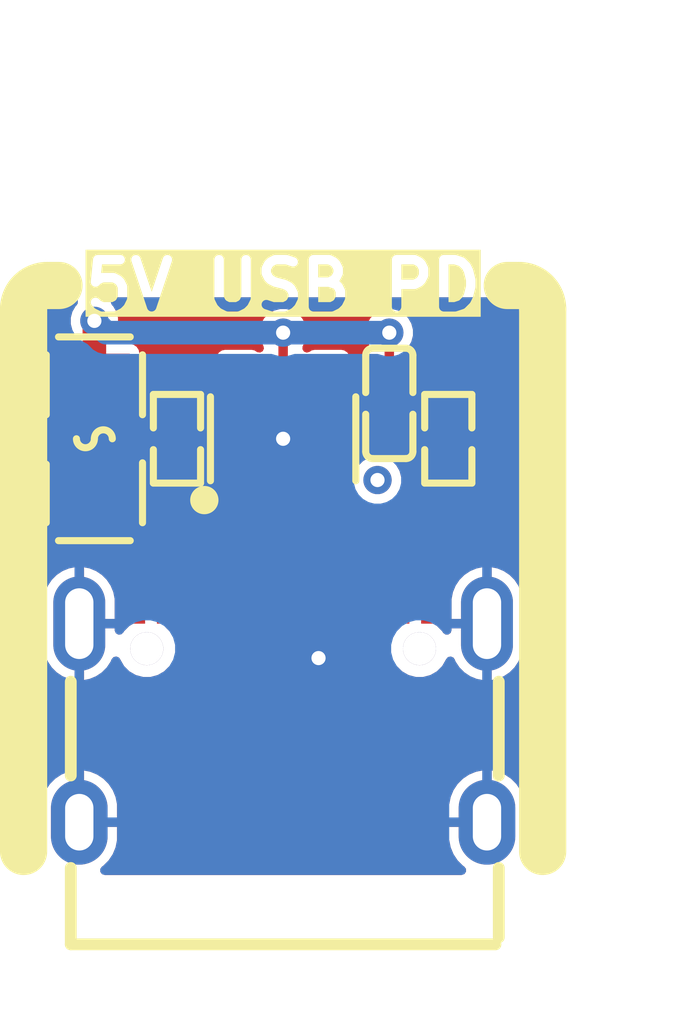
<source format=kicad_pcb>
(kicad_pcb (version 20241229) (generator "pcbnew") (generator_version "9.0")
  (layers (0 "F.Cu" signal) (2 "B.Cu" signal) (13 "F.Paste" user) (15 "B.Paste" user) (5 "F.SilkS" user "F.Silkscreen") (7 "B.SilkS" user "B.Silkscreen") (1 "F.Mask" user) (3 "B.Mask" user) (25 "Edge.Cuts" user))
  (net 0 "")
  (net 1 "SBU1")
  (net 2 "SBU2")
  (net 3 "line-1")
  (net 4 "line")
  (net 5 "hv")
  (net 6 "VBUS")
  (net 7 "gnd")
  (net 8 "CC1")
  (net 9 "CC2")
  (footprint "atopile:C0402-b3ef17" (layer "F.Cu") (at 2.25 -6.5 -90)
    (property "Reference" "C1" (hide yes))
    (property "Value" "100nF ±10% 16V X7R")
    (fp_line (start -0.23 0.5) (end -1.02 0.5) (stroke (width 0.15)) (layer "F.SilkS"))
    (fp_line (start 0.23 0.5) (end 1.02 0.5) (stroke (width 0.15)) (layer "F.SilkS"))
    (fp_line (start -1.17 0.35) (end -1.17 -0.35) (stroke (width 0.15)) (layer "F.SilkS"))
    (fp_line (start 1.17 0.35) (end 1.17 -0.35) (stroke (width 0.15)) (layer "F.SilkS"))
    (fp_line (start -1.02 -0.5) (end -0.23 -0.5) (stroke (width 0.15)) (layer "F.SilkS"))
    (fp_line (start 1.02 -0.5) (end 0.23 -0.5) (stroke (width 0.15)) (layer "F.SilkS"))
    (fp_arc (start -1.02 0.5) (mid -1.126066 0.456066) (end -1.17 0.35) (stroke (width 0.15)) (layer "F.SilkS"))
    (fp_arc (start 1.17 0.35) (mid 1.126066 0.456066) (end 1.02 0.5) (stroke (width 0.15)) (layer "F.SilkS"))
    (fp_arc (start -1.17 -0.35) (mid -1.126066 -0.456066) (end -1.02 -0.5) (stroke (width 0.15)) (layer "F.SilkS"))
    (fp_arc (start 1.02 -0.5) (mid 1.126066 -0.456066) (end 1.17 -0.35) (stroke (width 0.15)) (layer "F.SilkS"))
    (pad "1" smd rect (at -0.55 0 270) (size 0.79 0.54) (layers "F.Cu" "F.Mask" "F.Paste") (net 5 "hv"))
    (pad "2" smd rect (at 0.55 0 270) (size 0.79 0.54) (layers "F.Cu" "F.Mask" "F.Paste") (net 7 "gnd"))
  )
  (footprint "atopile:F0805-d5954a" (layer "F.Cu") (at -4 -5.75 90)
    (property "Reference" "U2" (hide yes))
    (property "Value" "")
    (fp_line (start 1.78 -1.02) (end 0.51 -1.02) (stroke (width 0.15)) (layer "F.SilkS"))
    (fp_line (start -1.78 -1.02) (end -0.54 -1.02) (stroke (width 0.15)) (layer "F.SilkS"))
    (fp_line (start 2.16 -0.76) (end 2.16 0.76) (stroke (width 0.15)) (layer "F.SilkS"))
    (fp_line (start -2.16 -0.76) (end -2.16 0.76) (stroke (width 0.15)) (layer "F.SilkS"))
    (fp_line (start 0.51 1.02) (end 1.78 1.02) (stroke (width 0.15)) (layer "F.SilkS"))
    (fp_line (start -0.51 1.02) (end -1.78 1.02) (stroke (width 0.15)) (layer "F.SilkS"))
    (fp_arc (start 0 0) (mid -0.19 -0.19) (end 0 -0.38) (stroke (width 0.15)) (layer "F.SilkS"))
    (fp_arc (start 0 0) (mid 0.19 0.19) (end 0 0.38) (stroke (width 0.15)) (layer "F.SilkS"))
    (pad "1" smd rect (at -1.14 0 90) (size 1.33 1.5) (layers "F.Cu" "F.Mask" "F.Paste") (net 6 "VBUS"))
    (pad "2" smd rect (at 1.14 0 90) (size 1.33 1.5) (layers "F.Cu" "F.Mask" "F.Paste") (net 5 "hv"))
  )
  (footprint "atopile:SOT-23-6_L2.9-W1.6-P0.95-LS2.8-BL-d2c740" (layer "F.Cu") (at 0 -5.75)
    (property "Reference" "U1" (hide yes))
    (property "Value" "")
    (fp_line (start -1.54 0.89) (end -1.54 -0.89) (stroke (width 0.15)) (layer "F.SilkS"))
    (fp_line (start 1.54 0.89) (end 1.54 -0.89) (stroke (width 0.15)) (layer "F.SilkS"))
    (fp_circle (center -1.67 1.3) (end -1.52 1.3) (stroke (width 0.3)) (fill no) (layer "F.SilkS"))
    (pad "1" smd rect (at -0.95 1.15) (size 0.53 1.07) (layers "F.Cu" "F.Mask" "F.Paste") (net 3 "line-1"))
    (pad "2" smd rect (at 0 1.15) (size 0.53 1.07) (layers "F.Cu" "F.Mask" "F.Paste") (net 7 "gnd"))
    (pad "3" smd rect (at 0.95 1.15) (size 0.53 1.07) (layers "F.Cu" "F.Mask" "F.Paste") (net 4 "line"))
    (pad "4" smd rect (at 0.95 -1.15) (size 0.53 1.07) (layers "F.Cu" "F.Mask" "F.Paste") (net 4 "line"))
    (pad "5" smd rect (at 0 -1.15) (size 0.53 1.07) (layers "F.Cu" "F.Mask" "F.Paste") (net 5 "hv"))
    (pad "6" smd rect (at -0.95 -1.15) (size 0.53 1.07) (layers "F.Cu" "F.Mask" "F.Paste") (net 3 "line-1"))
  )
  (footprint "atopile:USB-C-SMD_TYPE-C-6PIN-2MD-073-1d78f0" (layer "F.Cu") (at 0 0)
    (property "Reference" "USB1" (hide yes))
    (property "Value" "")
    (fp_line (start -4.5 1.39) (end -4.5 -0.6) (stroke (width 0.25)) (layer "F.SilkS"))
    (fp_line (start -4.5 4.97) (end -4.5 3.35) (stroke (width 0.25)) (layer "F.SilkS"))
    (fp_line (start 4.5 4.97) (end -4.5 4.97) (stroke (width 0.25)) (layer "F.SilkS"))
    (fp_line (start 4.57 1.39) (end 4.57 -0.6) (stroke (width 0.25)) (layer "F.SilkS"))
    (fp_line (start 4.57 4.82) (end 4.57 3.35) (stroke (width 0.25)) (layer "F.SilkS"))
    (pad "" thru_hole circle (at -2.89 -1.3) (size 0.7 0.7) (drill 0.7) (layers "*.Cu" "*.Mask"))
    (pad "" thru_hole circle (at 2.89 -1.3) (size 0.7 0.7) (drill 0.7) (layers "*.Cu" "*.Mask"))
    (pad "1" smd rect (at -3.2 -2.38) (size 0.55 1.1) (layers "F.Cu" "F.Mask" "F.Paste") (net 7 "gnd"))
    (pad "2" smd rect (at -2.4 -2.38) (size 0.55 1.1) (layers "F.Cu" "F.Mask" "F.Paste") (net 6 "VBUS"))
    (pad "3" smd rect (at -1.75 -2.38) (size 0.3 1.1) (layers "F.Cu" "F.Mask" "F.Paste") (net 2 "SBU2"))
    (pad "4" smd rect (at -1.25 -2.38) (size 0.3 1.1) (layers "F.Cu" "F.Mask" "F.Paste") (net 8 "CC1"))
    (pad "5" smd rect (at -0.75 -2.38) (size 0.3 1.1) (layers "F.Cu" "F.Mask" "F.Paste") (net 3 "line-1"))
    (pad "6" smd rect (at -0.25 -2.38) (size 0.3 1.1) (layers "F.Cu" "F.Mask" "F.Paste") (net 4 "line"))
    (pad "7" smd rect (at 0.25 -2.38) (size 0.3 1.1) (layers "F.Cu" "F.Mask" "F.Paste") (net 3 "line-1"))
    (pad "8" smd rect (at 0.75 -2.38) (size 0.3 1.1) (layers "F.Cu" "F.Mask" "F.Paste") (net 4 "line"))
    (pad "9" smd rect (at 1.25 -2.38) (size 0.3 1.1) (layers "F.Cu" "F.Mask" "F.Paste") (net 1 "SBU1"))
    (pad "10" smd rect (at 1.75 -2.38) (size 0.3 1.1) (layers "F.Cu" "F.Mask" "F.Paste") (net 9 "CC2"))
    (pad "11" smd rect (at 2.4 -2.38) (size 0.55 1.1) (layers "F.Cu" "F.Mask" "F.Paste") (net 6 "VBUS"))
    (pad "12" smd rect (at 3.2 -2.38) (size 0.55 1.1) (layers "F.Cu" "F.Mask" "F.Paste") (net 7 "gnd"))
    (pad "13" thru_hole oval (at -4.32 -1.83) (size 1.1 2) (drill oval 0.599999 1.499997) (layers "*.Cu" "*.Mask") (net 7 "gnd"))
    (pad "13" thru_hole oval (at -4.32 2.38) (size 1.2 1.8) (drill oval 0.599999 1.199998) (layers "*.Cu" "*.Mask") (net 7 "gnd"))
    (pad "14" thru_hole oval (at 4.32 -1.83) (size 1.1 2) (drill oval 0.599999 1.500022) (layers "*.Cu" "*.Mask") (net 7 "gnd"))
    (pad "14" thru_hole oval (at 4.32 2.38) (size 1.2 1.8) (drill oval 0.599999 1.199998) (layers "*.Cu" "*.Mask") (net 7 "gnd"))
  )
  (footprint "atopile:R0402-56259e" (layer "F.Cu") (at -2.25 -5.75 90)
    (property "Reference" "R1" (hide yes))
    (property "Value" "5.1kΩ ±1% 62.5mW")
    (fp_line (start 0.94 -0.5) (end 0.23 -0.5) (stroke (width 0.15)) (layer "F.SilkS"))
    (fp_line (start -0.94 -0.5) (end -0.23 -0.5) (stroke (width 0.15)) (layer "F.SilkS"))
    (fp_line (start 0.94 0.5) (end 0.94 -0.5) (stroke (width 0.15)) (layer "F.SilkS"))
    (fp_line (start 0.23 0.5) (end 0.94 0.5) (stroke (width 0.15)) (layer "F.SilkS"))
    (fp_line (start -0.23 0.5) (end -0.94 0.5) (stroke (width 0.15)) (layer "F.SilkS"))
    (fp_line (start -0.94 0.5) (end -0.94 -0.5) (stroke (width 0.15)) (layer "F.SilkS"))
    (pad "1" smd rect (at -0.43 0 90) (size 0.57 0.54) (layers "F.Cu" "F.Mask" "F.Paste") (net 8 "CC1"))
    (pad "2" smd rect (at 0.43 0 90) (size 0.57 0.54) (layers "F.Cu" "F.Mask" "F.Paste") (net 7 "gnd"))
  )
  (footprint "atopile:R0402-56259e" (layer "F.Cu") (at 3.5 -5.75 90)
    (property "Reference" "R2" (hide yes))
    (property "Value" "5.1kΩ ±1% 62.5mW")
    (fp_line (start 0.94 -0.5) (end 0.23 -0.5) (stroke (width 0.15)) (layer "F.SilkS"))
    (fp_line (start -0.94 -0.5) (end -0.23 -0.5) (stroke (width 0.15)) (layer "F.SilkS"))
    (fp_line (start 0.94 0.5) (end 0.94 -0.5) (stroke (width 0.15)) (layer "F.SilkS"))
    (fp_line (start 0.23 0.5) (end 0.94 0.5) (stroke (width 0.15)) (layer "F.SilkS"))
    (fp_line (start -0.23 0.5) (end -0.94 0.5) (stroke (width 0.15)) (layer "F.SilkS"))
    (fp_line (start -0.94 0.5) (end -0.94 -0.5) (stroke (width 0.15)) (layer "F.SilkS"))
    (pad "1" smd rect (at -0.43 0 90) (size 0.57 0.54) (layers "F.Cu" "F.Mask" "F.Paste") (net 9 "CC2"))
    (pad "2" smd rect (at 0.43 0 90) (size 0.57 0.54) (layers "F.Cu" "F.Mask" "F.Paste") (net 7 "gnd"))
  )
  (gr_line (start 5.5 -8.5) (end 5.5 3) (stroke (width 1)) (layer "F.SilkS"))
  (gr_line (start -5 -9) (end -4.75 -9) (stroke (width 1)) (layer "F.SilkS"))
  (gr_line (start 4.75 -9) (end 5 -9) (stroke (width 1)) (layer "F.SilkS"))
  (gr_line (start -5.5 -8.499999) (end -5.5 3) (stroke (width 1)) (layer "F.SilkS"))
  (gr_arc (start -5.5 -8.5) (mid -5.353553 -8.853553) (end -5 -9) (stroke (width 1)) (layer "F.SilkS"))
  (gr_arc (start 5 -9) (mid 5.353553 -8.853553) (end 5.5 -8.5) (stroke (width 1)) (layer "F.SilkS"))
  (gr_text "5V USB PD" (at 0 -9 0) (layer "F.SilkS" knockout) (effects (font (size 1 1) (thickness 0.2))))
  (via (at 2 -4.875) (size 0.6) (drill 0.3) (layers "F.Cu" "B.Cu") (net 0))
  (segment (start -0.75 -2.38) (end -0.75 -1.5) (width 0.2) (layer "F.Cu") (net 3))
  (segment (start -0.75 -2.38) (end -0.75 -3.5) (width 0.2) (layer "F.Cu") (net 3))
  (segment (start -0.75 -3.5) (end -0.95 -3.7) (width 0.2) (layer "F.Cu") (net 3))
  (segment (start -0.5 -1.25) (end 0 -1.25) (width 0.2) (layer "F.Cu") (net 3))
  (segment (start -0.75 -1.5) (end -0.5 -1.25) (width 0.2) (layer "F.Cu") (net 3))
  (segment (start 0.25 -1.5) (end 0.25 -2.38) (width 0.2) (layer "F.Cu") (net 3))
  (segment (start -0.95 -4.6) (end -0.95 -6.9) (width 0.2) (layer "F.Cu") (net 3))
  (segment (start -0.95 -3.7) (end -0.95 -4.6) (width 0.2) (layer "F.Cu") (net 3))
  (segment (start 0 -1.25) (end 0.25 -1.5) (width 0.2) (layer "F.Cu") (net 3))
  (segment (start 0.75 -3.25) (end 0.75 -2.38) (width 0.2) (layer "F.Cu") (net 4))
  (segment (start 0 -3.5) (end 0.5 -3.5) (width 0.2) (layer "F.Cu") (net 4))
  (segment (start -0.25 -2.38) (end -0.25 -3.25) (width 0.2) (layer "F.Cu") (net 4))
  (segment (start 0.95 -4.6) (end 0.95 -3.45) (width 0.2) (layer "F.Cu") (net 4))
  (segment (start -0.25 -3.25) (end 0 -3.5) (width 0.2) (layer "F.Cu") (net 4))
  (segment (start 0.5 -3.5) (end 0.75 -3.25) (width 0.2) (layer "F.Cu") (net 4))
  (segment (start 0.95 -3.45) (end 0.75 -3.25) (width 0.2) (layer "F.Cu") (net 4))
  (segment (start 0.95 -4.6) (end 0.95 -6.9) (width 0.2) (layer "F.Cu") (net 4))
  (segment (start 2.25 -7.05) (end 2.25 -8) (width 0.2) (layer "F.Cu") (net 5))
  (segment (start -4 -6.89) (end -4 -8.25) (width 0.5) (layer "F.Cu") (net 5))
  (segment (start 0 -8) (end 0 -6.9) (width 0.2) (layer "F.Cu") (net 5))
  (via (at 0 -8) (size 0.6) (drill 0.3) (layers "F.Cu" "B.Cu") (net 5))
  (via (at 2.25 -8) (size 0.6) (drill 0.3) (layers "F.Cu" "B.Cu") (net 5))
  (via (at -4 -8.25) (size 0.6) (drill 0.3) (layers "F.Cu" "B.Cu") (net 5))
  (segment (start 0 -8) (end -3.75 -8) (width 0.5) (layer "B.Cu") (net 5))
  (segment (start -3.75 -8) (end -4 -8.25) (width 0.5) (layer "B.Cu") (net 5))
  (segment (start 0 -8) (end 2.25 -8) (width 0.5) (layer "B.Cu") (net 5))
  (segment (start -2.4 -1.801364) (end -2 -1.401364) (width 0.2) (layer "F.Cu") (net 6))
  (segment (start -1 -0.25) (end 1 -0.25) (width 0.5) (layer "F.Cu") (net 6))
  (segment (start 2 -1.401364) (end 2 -1.25) (width 0.2) (layer "F.Cu") (net 6))
  (segment (start -2 -1.401364) (end -2 -1.25) (width 0.2) (layer "F.Cu") (net 6))
  (segment (start -2.4 -3.307) (end -3.703 -4.61) (width 0.5) (layer "F.Cu") (net 6))
  (segment (start 2 -1.25) (end 1 -0.25) (width 0.5) (layer "F.Cu") (net 6))
  (segment (start -2 -1.25) (end -1 -0.25) (width 0.5) (layer "F.Cu") (net 6))
  (segment (start -2.4 -2.38) (end -2.4 -3.307) (width 0.5) (layer "F.Cu") (net 6))
  (segment (start 2.4 -1.801364) (end 2 -1.401364) (width 0.2) (layer "F.Cu") (net 6))
  (segment (start -3.703 -4.61) (end -4 -4.61) (width 0.5) (layer "F.Cu") (net 6))
  (segment (start -2.4 -2.38) (end -2.4 -1.801364) (width 0.2) (layer "F.Cu") (net 6))
  (segment (start 2.4 -2.38) (end 2.4 -1.801364) (width 0.2) (layer "F.Cu") (net 6))
  (segment (start 0 -5.75) (end 0 -4.6) (width 0.2) (layer "F.Cu") (net 7))
  (via (at 0.75 -1.1) (size 0.6) (drill 0.3) (layers "F.Cu" "B.Cu") (net 7))
  (via (at 0 -5.75) (size 0.6) (drill 0.3) (layers "F.Cu" "B.Cu") (net 7))
  (segment (start -2.25 -4.4329) (end -1.25 -3.4329) (width 0.2) (layer "F.Cu") (net 8))
  (segment (start -1.25 -3.4329) (end -1.25 -2.38) (width 0.2) (layer "F.Cu") (net 8))
  (segment (start -2.25 -5.32) (end -2.25 -4.4329) (width 0.2) (layer "F.Cu") (net 8))
  (segment (start 1.75 -3.57) (end 1.75 -2.38) (width 0.2) (layer "F.Cu") (net 9))
  (segment (start 3.5 -5.32) (end 1.75 -3.57) (width 0.2) (layer "F.Cu") (net 9))
  (zone (net 7) (net_name "gnd") (layers "F.Cu" "B.Cu") (connect_pads (clearance 0.2)) (min_thickness 0.2) (fill yes (thermal_gap 0.2) (thermal_bridge_width 0.2))
    (polygon (pts (xy -5.25 3.5) (xy 5.25 3.5) (xy 5.25 -8.75) (xy -5.25 -8.75)))
  )
)
</source>
